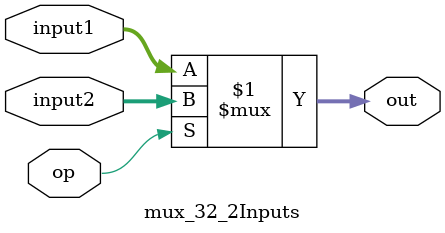
<source format=v>
module mux_32_2Inputs (
    input [31:0] input1,
    input [31:0] input2,
    input op,
    output [31:0] out
);
  assign out = (op) ? input2 : input1;
endmodule

</source>
